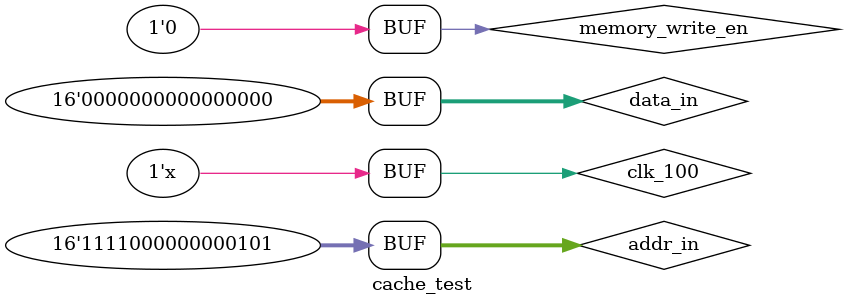
<source format=v>
`timescale 1ns / 1ps


module cache_test;

	// Inputs
	reg [15:0] data_in;
	reg [15:0] addr_in;
	reg memory_write_en;
	reg clk_100;

	// Outputs
	wire [15:0] data_out;
	wire [15:0] addr_out;
	wire hit;

	// Instantiate the Unit Under Test (UUT)
	cache uut (
		.data_in(data_in), 
		.data_out(data_out), 
		.addr_in(addr_in), 
		.addr_out(addr_out), 
		.hit(hit), 
		.memory_write_en(memory_write_en), 
		.clk_100(clk_100)
	);
	
	always begin
		#5 clk_100 = ~clk_100;
	
	end

	initial begin
		// Initialize Inputs
		data_in = 0;
		addr_in = 16'b11110000_000001_01;
		memory_write_en = 0;
		clk_100 = 0;

		// Wait 100 ns for global reset to finish
		#100;
        
		// Add stimulus here

	end
      
endmodule


</source>
